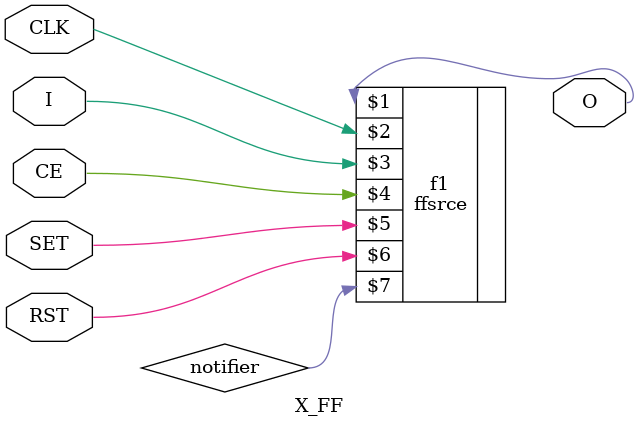
<source format=v>

`celldefine
`timescale 1 ps/1 ps

module X_FF (O, CE, CLK, I, RST, SET);

  parameter INIT = 1'b0;
  parameter LOC = "UNPLACED";
  output O;
  input I, CLK, SET, RST, CE;

  wire nrst, nset, in_out;
  wire in_clk_enable, ce_clk_enable, set_clk_enable;
  reg notifier;

    
  not (nrst, RST);
  not (nset, SET);
  xor (in_out, I, O);

  and (in_clk_enable, nrst, nset, CE);
  and (ce_clk_enable, nrst, nset, in_out);
  and (set_clk_enable, nrst, CE);

  ffsrce f1 (O, CLK, I, CE, SET, RST, notifier);

endmodule

</source>
